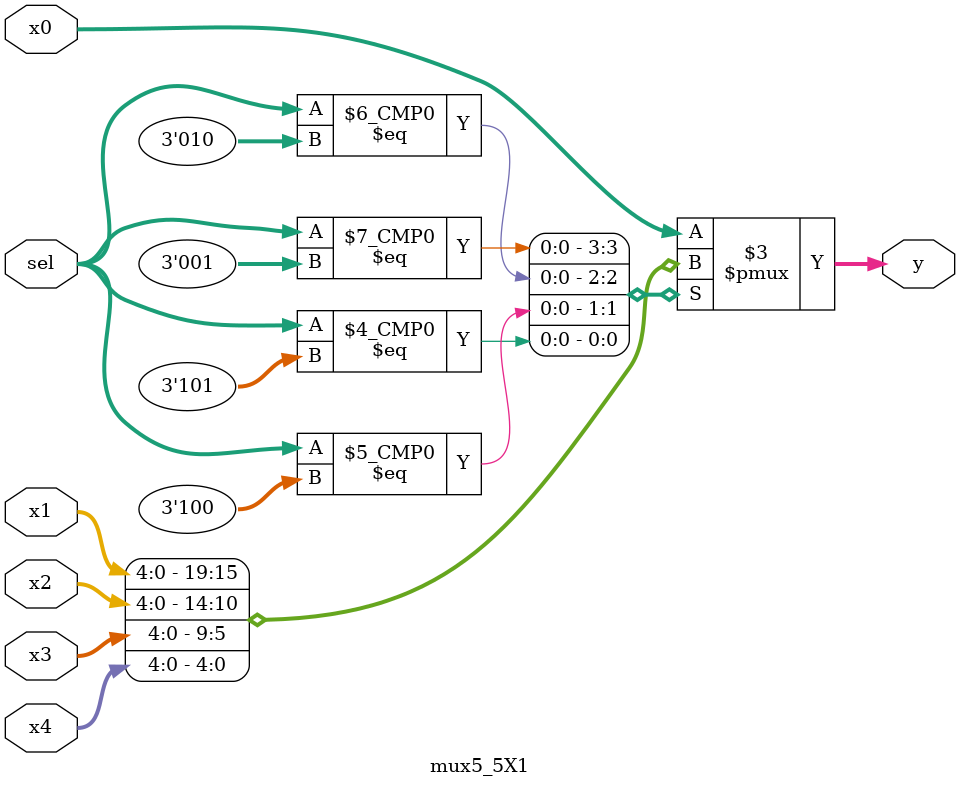
<source format=v>
`timescale 1ns / 1ps


module mux5_5X1(
    input [2:0] sel,
    input [4:0] x0,
    input [4:0] x1,
    input [4:0] x2,
    input [4:0] x3,
    input [4:0] x4,
    output reg [4:0] y
    );

    always @(*) begin
        case(sel)
            3'b000: y=x0; //스탑워치-초
            3'b001: y=x1; //스탑워치-시간
            3'b010: y=x2; //거리센서
            3'b100: y=x3; //온습도 temp
            3'b101: y=x4; // 온습도 humi
            default: y=x0; 
        endcase
    end
endmodule
</source>
